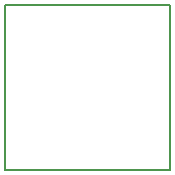
<source format=gbr>
%TF.GenerationSoftware,KiCad,Pcbnew,(5.1.6)-1*%
%TF.CreationDate,2021-03-06T11:00:20-06:00*%
%TF.ProjectId,tsl2591_smaller,74736c32-3539-4315-9f73-6d616c6c6572,rev?*%
%TF.SameCoordinates,Original*%
%TF.FileFunction,Profile,NP*%
%FSLAX46Y46*%
G04 Gerber Fmt 4.6, Leading zero omitted, Abs format (unit mm)*
G04 Created by KiCad (PCBNEW (5.1.6)-1) date 2021-03-06 11:00:20*
%MOMM*%
%LPD*%
G01*
G04 APERTURE LIST*
%TA.AperFunction,Profile*%
%ADD10C,0.150000*%
%TD*%
G04 APERTURE END LIST*
D10*
X192100000Y-90075000D02*
X192100000Y-76075000D01*
X178100000Y-76075000D02*
X192100000Y-76075000D01*
X178100000Y-90075000D02*
X178100000Y-76075000D01*
X192100000Y-90075000D02*
X178100000Y-90075000D01*
M02*

</source>
